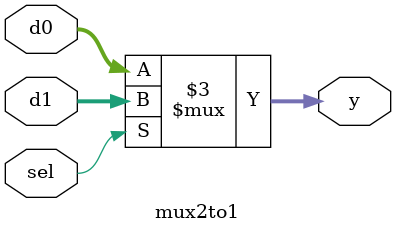
<source format=v>
`timescale 1ns / 1ps
module mux2to1(d0,d1,sel,y);
    input sel;
    input [3:0] d0,d1;
    output reg [3:0] y;
    
    always@(d0 or d1 or sel) begin 
        if(sel) y = d1;
        else y = d0;
    end
endmodule

</source>
